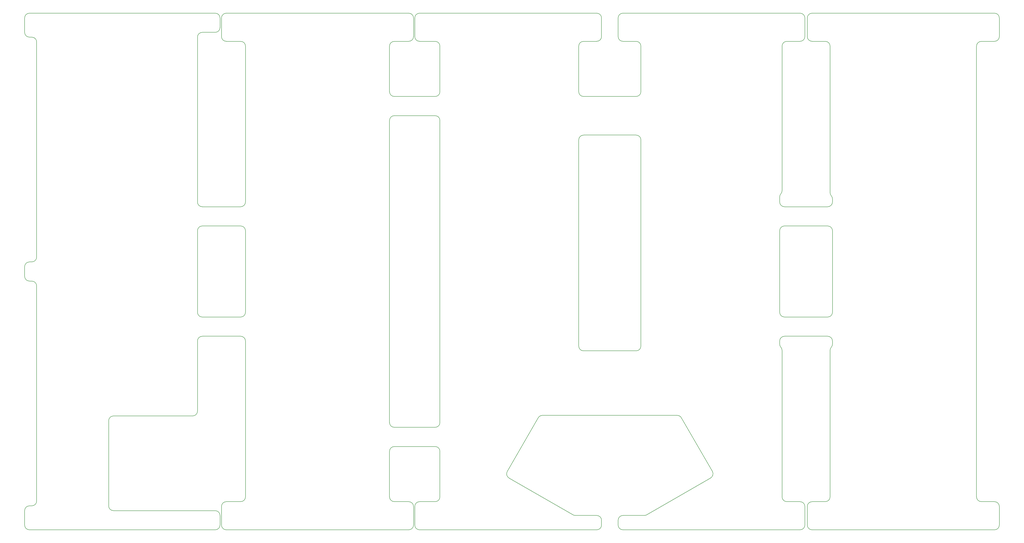
<source format=gbr>
%TF.GenerationSoftware,KiCad,Pcbnew,9.0.1*%
%TF.CreationDate,2025-04-05T22:38:14-07:00*%
%TF.ProjectId,FlexDeploySidePanels,466c6578-4465-4706-9c6f-795369646550,3.2*%
%TF.SameCoordinates,Original*%
%TF.FileFunction,Profile,NP*%
%FSLAX46Y46*%
G04 Gerber Fmt 4.6, Leading zero omitted, Abs format (unit mm)*
G04 Created by KiCad (PCBNEW 9.0.1) date 2025-04-05 22:38:14*
%MOMM*%
%LPD*%
G01*
G04 APERTURE LIST*
%TA.AperFunction,Profile*%
%ADD10C,0.200000*%
%TD*%
G04 APERTURE END LIST*
D10*
X242200000Y-301000000D02*
X242200000Y-282000000D01*
X252200000Y-109000000D02*
X252200000Y-101250000D01*
X182200000Y-301000000D02*
G75*
G02*
X180200000Y-303000000I-2000000J0D01*
G01*
X162200000Y-190000000D02*
G75*
G02*
X164200000Y-188000000I2000000J0D01*
G01*
X263200000Y-113000000D02*
X263200000Y-132000000D01*
X93200000Y-211000000D02*
G75*
G02*
X95200000Y-213000000I0J-2000000D01*
G01*
X363761376Y-268000959D02*
X376684025Y-290383645D01*
X413218000Y-303000000D02*
G75*
G02*
X415218000Y-305000000I0J-2000000D01*
G01*
X127200000Y-267250000D02*
X160200000Y-267250000D01*
X337418000Y-101250000D02*
G75*
G02*
X339418000Y-99250000I2000000J0D01*
G01*
X413218000Y-99250000D02*
G75*
G02*
X415218000Y-101250000I0J-2000000D01*
G01*
X344918000Y-150100000D02*
G75*
G02*
X346918000Y-152100000I0J-2000000D01*
G01*
X496218000Y-109000000D02*
G75*
G02*
X494218000Y-111000000I-2000000J0D01*
G01*
X164200000Y-180000000D02*
G75*
G02*
X162200000Y-178000000I0J2000000D01*
G01*
X405718000Y-173267949D02*
X405718000Y-113000000D01*
X127200000Y-306750000D02*
G75*
G02*
X125200000Y-304750000I0J2000000D01*
G01*
X337418000Y-310750000D02*
X337418000Y-312750000D01*
X90200000Y-306750000D02*
X90200000Y-312750000D01*
X252200000Y-312750000D02*
G75*
G02*
X250200000Y-314750000I-2000000J0D01*
G01*
X174200000Y-111000000D02*
X180200000Y-111000000D01*
X426718000Y-236000000D02*
X426718000Y-237267949D01*
X244200000Y-280000000D02*
X261200000Y-280000000D01*
X172200000Y-101250000D02*
X172200000Y-109000000D01*
X174200000Y-314750000D02*
G75*
G02*
X172200000Y-312750000I0J2000000D01*
G01*
X415218000Y-312750000D02*
G75*
G02*
X413218000Y-314750000I-2000000J0D01*
G01*
X404718000Y-190000000D02*
G75*
G02*
X406718000Y-188000000I2000000J0D01*
G01*
X93200000Y-109250000D02*
G75*
G02*
X95200000Y-111250000I0J-2000000D01*
G01*
X254710000Y-111000000D02*
X261200000Y-111000000D01*
X339418000Y-111000000D02*
X344918000Y-111000000D01*
X93200000Y-203000000D02*
X92200000Y-203000000D01*
X494218000Y-303000000D02*
X488718000Y-303000000D01*
X174200000Y-314750000D02*
X250200000Y-314750000D01*
X261200000Y-303000000D02*
X254710000Y-303000000D01*
X182200000Y-190000000D02*
X182200000Y-224000000D01*
X162200000Y-224000000D02*
X162200000Y-190000000D01*
X254710000Y-111000000D02*
G75*
G02*
X252710000Y-109000000I0J2000000D01*
G01*
X164200000Y-107250000D02*
X169600000Y-107250000D01*
X321010000Y-238100000D02*
X321010000Y-152100000D01*
X171600000Y-105250000D02*
G75*
G02*
X169600000Y-107250000I-2000000J0D01*
G01*
X415218000Y-109000000D02*
G75*
G02*
X413218000Y-111000000I-2000000J0D01*
G01*
X90200000Y-306750000D02*
G75*
G02*
X92200000Y-304750000I2000000J0D01*
G01*
X407718000Y-111000000D02*
X413218000Y-111000000D01*
X405218000Y-238590825D02*
G75*
G02*
X405718000Y-239913701I-1500000J-1322875D01*
G01*
X162200000Y-109250000D02*
G75*
G02*
X164200000Y-107250000I2000000J0D01*
G01*
X172200000Y-305000000D02*
X172200000Y-312750000D01*
X406718000Y-226000000D02*
G75*
G02*
X404718000Y-224000000I0J2000000D01*
G01*
X169600000Y-99250000D02*
X92200000Y-99250000D01*
X425718000Y-239913701D02*
X425718000Y-301000000D01*
X339418000Y-314750000D02*
G75*
G02*
X337418000Y-312750000I0J2000000D01*
G01*
X339418000Y-111000000D02*
G75*
G02*
X337418000Y-109000000I0J2000000D01*
G01*
X242200000Y-132000000D02*
X242200000Y-113000000D01*
X162200000Y-236000000D02*
G75*
G02*
X164200000Y-234000000I2000000J0D01*
G01*
X164200000Y-188000000D02*
X180200000Y-188000000D01*
X413218000Y-99250000D02*
X339418000Y-99250000D01*
X162200000Y-265250000D02*
X162200000Y-236000000D01*
X318591333Y-308482051D02*
X291976025Y-293115696D01*
X426718000Y-178000000D02*
G75*
G02*
X424718000Y-180000000I-2000000J0D01*
G01*
X180200000Y-180000000D02*
X164200000Y-180000000D01*
X426718000Y-224000000D02*
G75*
G02*
X424718000Y-226000000I-2000000J0D01*
G01*
X92200000Y-211000000D02*
X93200000Y-211000000D01*
X404718000Y-178000000D02*
X404718000Y-175913701D01*
X250200000Y-99250000D02*
X174200000Y-99250000D01*
X261200000Y-134000000D02*
X244200000Y-134000000D01*
X321010000Y-113000000D02*
G75*
G02*
X323010000Y-111000000I2000000J0D01*
G01*
X244200000Y-111000000D02*
X250200000Y-111000000D01*
X425718000Y-301000000D02*
G75*
G02*
X423718000Y-303000000I-2000000J0D01*
G01*
X182200000Y-113000000D02*
X182200000Y-178000000D01*
X182200000Y-178000000D02*
G75*
G02*
X180200000Y-180000000I-2000000J0D01*
G01*
X244200000Y-272000000D02*
G75*
G02*
X242200000Y-270000000I0J2000000D01*
G01*
X95200000Y-213000000D02*
X95200000Y-302750000D01*
X405218000Y-238590825D02*
G75*
G02*
X404718034Y-237267949I1500000J1322825D01*
G01*
X180200000Y-226000000D02*
X164200000Y-226000000D01*
X494218000Y-303000000D02*
G75*
G02*
X496218000Y-305000000I0J-2000000D01*
G01*
X92200000Y-211000000D02*
G75*
G02*
X90200000Y-209000000I0J2000000D01*
G01*
X418218000Y-314750000D02*
X494218000Y-314750000D01*
X415218000Y-312750000D02*
X415218000Y-305000000D01*
X92200000Y-314750000D02*
X169600000Y-314750000D01*
X182200000Y-224000000D02*
G75*
G02*
X180200000Y-226000000I-2000000J0D01*
G01*
X291243975Y-290383645D02*
X304166624Y-268000959D01*
X346918000Y-132000000D02*
G75*
G02*
X344918000Y-134000000I-2000000J0D01*
G01*
X319591333Y-308750000D02*
G75*
G02*
X318591325Y-308482065I-33J2000000D01*
G01*
X406718000Y-188000000D02*
X424718000Y-188000000D01*
X305898675Y-267000959D02*
X362029325Y-267000959D01*
X263200000Y-270000000D02*
G75*
G02*
X261200000Y-272000000I-2000000J0D01*
G01*
X328510000Y-99250000D02*
G75*
G02*
X330510000Y-101250000I0J-2000000D01*
G01*
X250200000Y-99250000D02*
G75*
G02*
X252200000Y-101250000I0J-2000000D01*
G01*
X125200000Y-269250000D02*
G75*
G02*
X127200000Y-267250000I2000000J0D01*
G01*
X413218000Y-303000000D02*
X407718000Y-303000000D01*
X328510000Y-308750000D02*
X319591333Y-308750000D01*
X423718000Y-303000000D02*
X418218000Y-303000000D01*
X406718000Y-180000000D02*
G75*
G02*
X404718000Y-178000000I0J2000000D01*
G01*
X375951975Y-293115696D02*
X349336667Y-308482051D01*
X250200000Y-303000000D02*
X244200000Y-303000000D01*
X346918000Y-152100000D02*
X346918000Y-238100000D01*
X252710000Y-101250000D02*
X252710000Y-109000000D01*
X252200000Y-312750000D02*
X252200000Y-305000000D01*
X426218000Y-175409175D02*
G75*
G02*
X425718000Y-174086299I1500000J1322875D01*
G01*
X244200000Y-134000000D02*
G75*
G02*
X242200000Y-132000000I0J2000000D01*
G01*
X90200000Y-205000000D02*
X90200000Y-209000000D01*
X261200000Y-111000000D02*
G75*
G02*
X263200000Y-113000000I0J-2000000D01*
G01*
X244200000Y-303000000D02*
G75*
G02*
X242200000Y-301000000I0J2000000D01*
G01*
X90200000Y-205000000D02*
G75*
G02*
X92200000Y-203000000I2000000J0D01*
G01*
X169600000Y-306750000D02*
G75*
G02*
X171600000Y-308750000I0J-2000000D01*
G01*
X426718000Y-237267949D02*
G75*
G02*
X426218025Y-238590847I-2000000J-51D01*
G01*
X494218000Y-99250000D02*
X418218000Y-99250000D01*
X254710000Y-314750000D02*
G75*
G02*
X252710000Y-312750000I0J2000000D01*
G01*
X180200000Y-234000000D02*
G75*
G02*
X182200000Y-236000000I0J-2000000D01*
G01*
X95200000Y-201000000D02*
G75*
G02*
X93200000Y-203000000I-2000000J0D01*
G01*
X337418000Y-310750000D02*
G75*
G02*
X339418000Y-308750000I2000000J0D01*
G01*
X92200000Y-109250000D02*
X93200000Y-109250000D01*
X93200000Y-304750000D02*
X92200000Y-304750000D01*
X180200000Y-303000000D02*
X174200000Y-303000000D01*
X426718000Y-190000000D02*
X426718000Y-224000000D01*
X291976025Y-293115696D02*
G75*
G02*
X291243913Y-290383609I999975J1732096D01*
G01*
X263200000Y-144000000D02*
X263200000Y-270000000D01*
X416218000Y-101250000D02*
G75*
G02*
X418218000Y-99250000I2000000J0D01*
G01*
X344918000Y-240100000D02*
X323010000Y-240100000D01*
X405718000Y-173267949D02*
G75*
G02*
X405218025Y-174590847I-2000000J-51D01*
G01*
X90200000Y-101250000D02*
X90200000Y-107250000D01*
X171600000Y-105250000D02*
X171600000Y-101250000D01*
X92200000Y-109250000D02*
G75*
G02*
X90200000Y-107250000I0J2000000D01*
G01*
X125200000Y-304750000D02*
X125200000Y-269250000D01*
X95200000Y-111250000D02*
X95200000Y-201000000D01*
X425718000Y-113000000D02*
X425718000Y-174086299D01*
X426218000Y-175409175D02*
G75*
G02*
X426717966Y-176732051I-1500000J-1322825D01*
G01*
X406718000Y-234000000D02*
X424718000Y-234000000D01*
X488718000Y-111000000D02*
X494218000Y-111000000D01*
X404718000Y-237267949D02*
X404718000Y-236000000D01*
X426718000Y-176732051D02*
X426718000Y-178000000D01*
X418218000Y-111000000D02*
G75*
G02*
X416218000Y-109000000I0J2000000D01*
G01*
X95200000Y-302750000D02*
G75*
G02*
X93200000Y-304750000I-2000000J0D01*
G01*
X261200000Y-272000000D02*
X244200000Y-272000000D01*
X242200000Y-144000000D02*
G75*
G02*
X244200000Y-142000000I2000000J0D01*
G01*
X328510000Y-99250000D02*
X254710000Y-99250000D01*
X346918000Y-238100000D02*
G75*
G02*
X344918000Y-240100000I-2000000J0D01*
G01*
X405718000Y-301000000D02*
X405718000Y-239913701D01*
X323010000Y-134000000D02*
G75*
G02*
X321010000Y-132000000I0J2000000D01*
G01*
X242200000Y-282000000D02*
G75*
G02*
X244200000Y-280000000I2000000J0D01*
G01*
X346918000Y-113000000D02*
X346918000Y-132000000D01*
X180200000Y-188000000D02*
G75*
G02*
X182200000Y-190000000I0J-2000000D01*
G01*
X362029325Y-267000959D02*
G75*
G02*
X363761375Y-268000960I-25J-2000041D01*
G01*
X92200000Y-314750000D02*
G75*
G02*
X90200000Y-312750000I0J2000000D01*
G01*
X496218000Y-312750000D02*
X496218000Y-305000000D01*
X496218000Y-312750000D02*
G75*
G02*
X494218000Y-314750000I-2000000J0D01*
G01*
X486718000Y-301000000D02*
X486718000Y-113000000D01*
X182200000Y-236000000D02*
X182200000Y-301000000D01*
X330510000Y-312750000D02*
X330510000Y-310750000D01*
X496218000Y-109000000D02*
X496218000Y-101250000D01*
X252710000Y-305000000D02*
G75*
G02*
X254710000Y-303000000I2000000J0D01*
G01*
X423718000Y-111000000D02*
G75*
G02*
X425718000Y-113000000I0J-2000000D01*
G01*
X339418000Y-314750000D02*
X413218000Y-314750000D01*
X174200000Y-111000000D02*
G75*
G02*
X172200000Y-109000000I0J2000000D01*
G01*
X261200000Y-142000000D02*
G75*
G02*
X263200000Y-144000000I0J-2000000D01*
G01*
X344918000Y-111000000D02*
G75*
G02*
X346918000Y-113000000I0J-2000000D01*
G01*
X252710000Y-101250000D02*
G75*
G02*
X254710000Y-99250000I2000000J0D01*
G01*
X304166624Y-268000959D02*
G75*
G02*
X305898675Y-267000958I1732076J-1000041D01*
G01*
X164200000Y-234000000D02*
X180200000Y-234000000D01*
X349336667Y-308482051D02*
G75*
G02*
X348336667Y-308749984I-999967J1732051D01*
G01*
X415218000Y-109000000D02*
X415218000Y-101250000D01*
X337418000Y-101250000D02*
X337418000Y-109000000D01*
X162200000Y-178000000D02*
X162200000Y-109250000D01*
X425718000Y-239913701D02*
G75*
G02*
X426218000Y-238590825I2000000J1D01*
G01*
X416218000Y-305000000D02*
G75*
G02*
X418218000Y-303000000I2000000J0D01*
G01*
X424718000Y-226000000D02*
X406718000Y-226000000D01*
X252200000Y-109000000D02*
G75*
G02*
X250200000Y-111000000I-2000000J0D01*
G01*
X348336667Y-308750000D02*
X339418000Y-308750000D01*
X180200000Y-111000000D02*
G75*
G02*
X182200000Y-113000000I0J-2000000D01*
G01*
X263200000Y-132000000D02*
G75*
G02*
X261200000Y-134000000I-2000000J0D01*
G01*
X405718000Y-113000000D02*
G75*
G02*
X407718000Y-111000000I2000000J0D01*
G01*
X330510000Y-312750000D02*
G75*
G02*
X328510000Y-314750000I-2000000J0D01*
G01*
X404718000Y-224000000D02*
X404718000Y-190000000D01*
X242200000Y-270000000D02*
X242200000Y-144000000D01*
X323010000Y-150100000D02*
X344918000Y-150100000D01*
X328510000Y-308750000D02*
G75*
G02*
X330510000Y-310750000I0J-2000000D01*
G01*
X424718000Y-234000000D02*
G75*
G02*
X426718000Y-236000000I0J-2000000D01*
G01*
X330510000Y-109000000D02*
G75*
G02*
X328510000Y-111000000I-2000000J0D01*
G01*
X344918000Y-134000000D02*
X323010000Y-134000000D01*
X254710000Y-314750000D02*
X328510000Y-314750000D01*
X242200000Y-113000000D02*
G75*
G02*
X244200000Y-111000000I2000000J0D01*
G01*
X263200000Y-282000000D02*
X263200000Y-301000000D01*
X424718000Y-188000000D02*
G75*
G02*
X426718000Y-190000000I0J-2000000D01*
G01*
X424718000Y-180000000D02*
X406718000Y-180000000D01*
X416218000Y-101250000D02*
X416218000Y-109000000D01*
X376684025Y-290383645D02*
G75*
G02*
X375951939Y-293115634I-1732025J-999955D01*
G01*
X330510000Y-109000000D02*
X330510000Y-101250000D01*
X250200000Y-303000000D02*
G75*
G02*
X252200000Y-305000000I0J-2000000D01*
G01*
X164200000Y-226000000D02*
G75*
G02*
X162200000Y-224000000I0J2000000D01*
G01*
X404718000Y-236000000D02*
G75*
G02*
X406718000Y-234000000I2000000J0D01*
G01*
X90200000Y-101250000D02*
G75*
G02*
X92200000Y-99250000I2000000J0D01*
G01*
X418218000Y-111000000D02*
X423718000Y-111000000D01*
X494218000Y-99250000D02*
G75*
G02*
X496218000Y-101250000I0J-2000000D01*
G01*
X252710000Y-305000000D02*
X252710000Y-312750000D01*
X486718000Y-113000000D02*
G75*
G02*
X488718000Y-111000000I2000000J0D01*
G01*
X407718000Y-303000000D02*
G75*
G02*
X405718000Y-301000000I0J2000000D01*
G01*
X169600000Y-99250000D02*
G75*
G02*
X171600000Y-101250000I0J-2000000D01*
G01*
X171600000Y-312750000D02*
X171600000Y-308750000D01*
X323010000Y-111000000D02*
X328510000Y-111000000D01*
X169600000Y-306750000D02*
X127200000Y-306750000D01*
X321010000Y-132000000D02*
X321010000Y-113000000D01*
X263200000Y-301000000D02*
G75*
G02*
X261200000Y-303000000I-2000000J0D01*
G01*
X261200000Y-280000000D02*
G75*
G02*
X263200000Y-282000000I0J-2000000D01*
G01*
X172200000Y-101250000D02*
G75*
G02*
X174200000Y-99250000I2000000J0D01*
G01*
X404718000Y-175913701D02*
G75*
G02*
X405218000Y-174590825I2000000J1D01*
G01*
X488718000Y-303000000D02*
G75*
G02*
X486718000Y-301000000I0J2000000D01*
G01*
X418218000Y-314750000D02*
G75*
G02*
X416218000Y-312750000I0J2000000D01*
G01*
X416218000Y-305000000D02*
X416218000Y-312750000D01*
X321010000Y-152100000D02*
G75*
G02*
X323010000Y-150100000I2000000J0D01*
G01*
X172200000Y-305000000D02*
G75*
G02*
X174200000Y-303000000I2000000J0D01*
G01*
X162200000Y-265250000D02*
G75*
G02*
X160200000Y-267250000I-2000000J0D01*
G01*
X244200000Y-142000000D02*
X261200000Y-142000000D01*
X171600000Y-312750000D02*
G75*
G02*
X169600000Y-314750000I-2000000J0D01*
G01*
X323010000Y-240100000D02*
G75*
G02*
X321010000Y-238100000I0J2000000D01*
G01*
M02*

</source>
